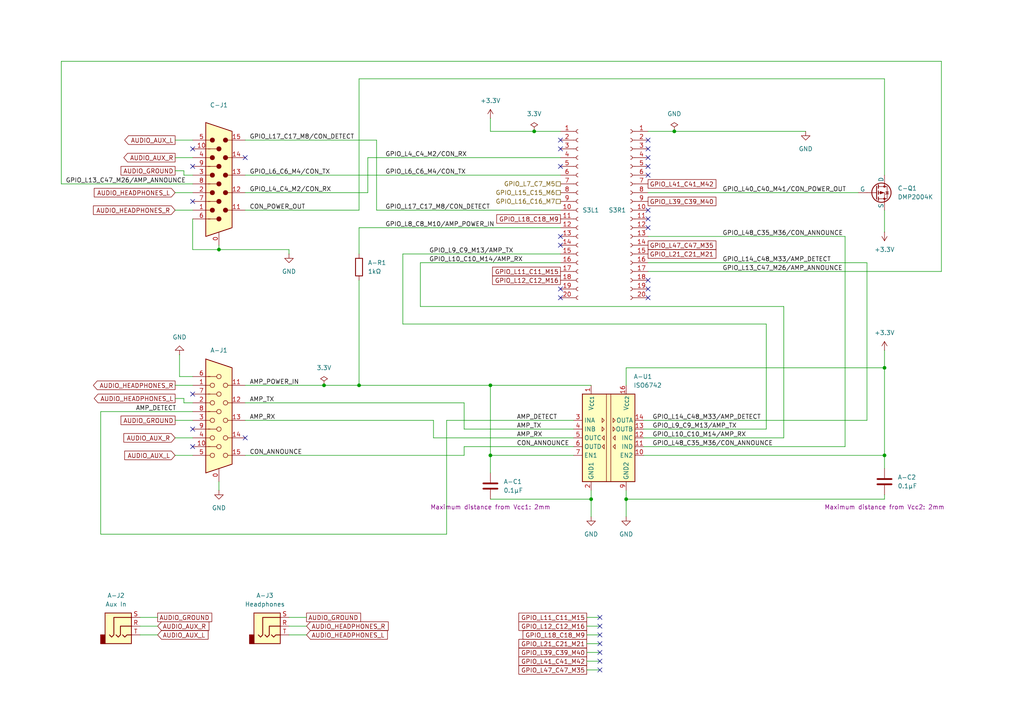
<source format=kicad_sch>
(kicad_sch (version 20250114) (generator "eeschema") (generator_version "9.0")
  (paper "A4")
  (lib_symbols
    (symbol "Connector:Conn_01x20_Socket" (pin_names (offset 1.016) (hide yes))
      (property "Reference" "J" (at 0 25.4 0))
      (property "Value" "Conn_01x20_Socket" (at 0 -27.94 0))
      (symbol "Conn_01x20_Socket_1_1"
        (polyline (pts (xy -1.27 22.86) (xy -0.508 22.86)) (stroke (width 0.1524)))
        (polyline (pts (xy -1.27 20.32) (xy -0.508 20.32)) (stroke (width 0.1524)))
        (polyline (pts (xy -1.27 17.78) (xy -0.508 17.78)) (stroke (width 0.1524)))
        (polyline (pts (xy -1.27 15.24) (xy -0.508 15.24)) (stroke (width 0.1524)))
        (polyline (pts (xy -1.27 12.7) (xy -0.508 12.7)) (stroke (width 0.1524)))
        (polyline (pts (xy -1.27 10.16) (xy -0.508 10.16)) (stroke (width 0.1524)))
        (polyline (pts (xy -1.27 7.62) (xy -0.508 7.62)) (stroke (width 0.1524)))
        (polyline (pts (xy -1.27 5.08) (xy -0.508 5.08)) (stroke (width 0.1524)))
        (polyline (pts (xy -1.27 2.54) (xy -0.508 2.54)) (stroke (width 0.1524)))
        (polyline (pts (xy -1.27 0) (xy -0.508 0)) (stroke (width 0.1524)))
        (polyline (pts (xy -1.27 -2.54) (xy -0.508 -2.54)) (stroke (width 0.1524)))
        (polyline (pts (xy -1.27 -5.08) (xy -0.508 -5.08)) (stroke (width 0.1524)))
        (polyline (pts (xy -1.27 -7.62) (xy -0.508 -7.62)) (stroke (width 0.1524)))
        (polyline (pts (xy -1.27 -10.16) (xy -0.508 -10.16)) (stroke (width 0.1524)))
        (polyline (pts (xy -1.27 -12.7) (xy -0.508 -12.7)) (stroke (width 0.1524)))
        (polyline (pts (xy -1.27 -15.24) (xy -0.508 -15.24)) (stroke (width 0.1524)))
        (polyline (pts (xy -1.27 -17.78) (xy -0.508 -17.78)) (stroke (width 0.1524)))
        (polyline (pts (xy -1.27 -20.32) (xy -0.508 -20.32)) (stroke (width 0.1524)))
        (polyline (pts (xy -1.27 -22.86) (xy -0.508 -22.86)) (stroke (width 0.1524)))
        (polyline (pts (xy -1.27 -25.4) (xy -0.508 -25.4)) (stroke (width 0.1524)))
        (arc (start 0 22.352) (mid -0.5058 22.86) (end 0 23.368) (stroke (width 0.1524)))
        (arc (start 0 19.812) (mid -0.5058 20.32) (end 0 20.828) (stroke (width 0.1524)))
        (arc (start 0 17.272) (mid -0.5058 17.78) (end 0 18.288) (stroke (width 0.1524)))
        (arc (start 0 14.732) (mid -0.5058 15.24) (end 0 15.748) (stroke (width 0.1524)))
        (arc (start 0 12.192) (mid -0.5058 12.7) (end 0 13.208) (stroke (width 0.1524)))
        (arc (start 0 9.652) (mid -0.5058 10.16) (end 0 10.668) (stroke (width 0.1524)))
        (arc (start 0 7.112) (mid -0.5058 7.62) (end 0 8.128) (stroke (width 0.1524)))
        (arc (start 0 4.572) (mid -0.5058 5.08) (end 0 5.588) (stroke (width 0.1524)))
        (arc (start 0 2.032) (mid -0.5058 2.54) (end 0 3.048) (stroke (width 0.1524)))
        (arc (start 0 -0.508) (mid -0.5058 0) (end 0 0.508) (stroke (width 0.1524)))
        (arc (start 0 -3.048) (mid -0.5058 -2.54) (end 0 -2.032) (stroke (width 0.1524)))
        (arc (start 0 -5.588) (mid -0.5058 -5.08) (end 0 -4.572) (stroke (width 0.1524)))
        (arc (start 0 -8.128) (mid -0.5058 -7.62) (end 0 -7.112) (stroke (width 0.1524)))
        (arc (start 0 -10.668) (mid -0.5058 -10.16) (end 0 -9.652) (stroke (width 0.1524)))
        (arc (start 0 -13.208) (mid -0.5058 -12.7) (end 0 -12.192) (stroke (width 0.1524)))
        (arc (start 0 -15.748) (mid -0.5058 -15.24) (end 0 -14.732) (stroke (width 0.1524)))
        (arc (start 0 -18.288) (mid -0.5058 -17.78) (end 0 -17.272) (stroke (width 0.1524)))
        (arc (start 0 -20.828) (mid -0.5058 -20.32) (end 0 -19.812) (stroke (width 0.1524)))
        (arc (start 0 -23.368) (mid -0.5058 -22.86) (end 0 -22.352) (stroke (width 0.1524)))
        (arc (start 0 -25.908) (mid -0.5058 -25.4) (end 0 -24.892) (stroke (width 0.1524)))
        (pin passive line (at -5.08 22.86 0) (length 3.81) (name "Pin_1") (number "1"))
        (pin passive line (at -5.08 20.32 0) (length 3.81) (name "Pin_2") (number "2"))
        (pin passive line (at -5.08 17.78 0) (length 3.81) (name "Pin_3") (number "3"))
        (pin passive line (at -5.08 15.24 0) (length 3.81) (name "Pin_4") (number "4"))
        (pin passive line (at -5.08 12.7 0) (length 3.81) (name "Pin_5") (number "5"))
        (pin passive line (at -5.08 10.16 0) (length 3.81) (name "Pin_6") (number "6"))
        (pin passive line (at -5.08 7.62 0) (length 3.81) (name "Pin_7") (number "7"))
        (pin passive line (at -5.08 5.08 0) (length 3.81) (name "Pin_8") (number "8"))
        (pin passive line (at -5.08 2.54 0) (length 3.81) (name "Pin_9") (number "9"))
        (pin passive line (at -5.08 0 0) (length 3.81) (name "Pin_10") (number "10"))
        (pin passive line (at -5.08 -2.54 0) (length 3.81) (name "Pin_11") (number "11"))
        (pin passive line (at -5.08 -5.08 0) (length 3.81) (name "Pin_12") (number "12"))
        (pin passive line (at -5.08 -7.62 0) (length 3.81) (name "Pin_13") (number "13"))
        (pin passive line (at -5.08 -10.16 0) (length 3.81) (name "Pin_14") (number "14"))
        (pin passive line (at -5.08 -12.7 0) (length 3.81) (name "Pin_15") (number "15"))
        (pin passive line (at -5.08 -15.24 0) (length 3.81) (name "Pin_16") (number "16"))
        (pin passive line (at -5.08 -17.78 0) (length 3.81) (name "Pin_17") (number "17"))
        (pin passive line (at -5.08 -20.32 0) (length 3.81) (name "Pin_18") (number "18"))
        (pin passive line (at -5.08 -22.86 0) (length 3.81) (name "Pin_19") (number "19"))
        (pin passive line (at -5.08 -25.4 0) (length 3.81) (name "Pin_20") (number "20"))
      )
    )
    (symbol "Connector:DE15_Pins_HighDensity_MountingHoles" (pin_names (offset 1.016) (hide yes))
      (property "Reference" "J" (at 0 21.59 0))
      (property "Value" "DE15_Pins_HighDensity_MountingHoles" (at 0 19.05 0))
      (symbol "DE15_Pins_HighDensity_MountingHoles_0_1"
        (polyline (pts (xy -3.81 17.78) (xy -3.81 -15.24) (xy 3.81 -12.7) (xy 3.81 15.24) (xy -3.81 17.78)) (stroke (width 0.254)) (fill (type background)))
        (polyline (pts (xy -3.175 -5.08) (xy -0.635 -5.08)))
        (circle (center -1.905 12.7) (radius 0.635) (fill (type outline)))
        (circle (center -1.905 7.62) (radius 0.635) (fill (type outline)))
        (circle (center -1.905 2.54) (radius 0.635) (fill (type outline)))
        (circle (center -1.905 -2.54) (radius 0.635) (fill (type outline)))
        (circle (center -1.905 -7.62) (radius 0.635) (fill (type outline)))
        (polyline (pts (xy -0.635 10.16) (xy -3.175 10.16)))
        (polyline (pts (xy -0.635 5.08) (xy -3.175 5.08)))
        (polyline (pts (xy -0.635 0) (xy -3.175 0)))
        (polyline (pts (xy -0.635 -10.16) (xy -3.175 -10.16)))
        (circle (center 0 10.16) (radius 0.635) (fill (type outline)))
        (circle (center 0 5.08) (radius 0.635) (fill (type outline)))
        (circle (center 0 0) (radius 0.635) (fill (type outline)))
        (circle (center 0 -5.08) (radius 0.635) (fill (type outline)))
        (circle (center 0 -10.16) (radius 0.635) (fill (type outline)))
        (circle (center 1.905 12.7) (radius 0.635) (fill (type outline)))
        (circle (center 1.905 7.62) (radius 0.635) (fill (type outline)))
        (circle (center 1.905 2.54) (radius 0.635) (fill (type outline)))
        (circle (center 1.905 -2.54) (radius 0.635) (fill (type outline)))
        (circle (center 1.905 -7.62) (radius 0.635) (fill (type outline)))
      )
      (symbol "DE15_Pins_HighDensity_MountingHoles_1_1"
        (pin passive line (at -7.62 12.7 0) (length 5.08) (name "~") (number "5"))
        (pin passive line (at -7.62 10.16 0) (length 5.08) (name "~") (number "10"))
        (pin passive line (at -7.62 7.62 0) (length 5.08) (name "~") (number "4"))
        (pin passive line (at -7.62 5.08 0) (length 5.08) (name "~") (number "9"))
        (pin passive line (at -7.62 2.54 0) (length 5.08) (name "~") (number "3"))
        (pin passive line (at -7.62 0 0) (length 5.08) (name "~") (number "8"))
        (pin passive line (at -7.62 -2.54 0) (length 5.08) (name "~") (number "2"))
        (pin passive line (at -7.62 -5.08 0) (length 5.08) (name "~") (number "7"))
        (pin passive line (at -7.62 -7.62 0) (length 5.08) (name "~") (number "1"))
        (pin passive line (at -7.62 -10.16 0) (length 5.08) (name "~") (number "6"))
        (pin passive line (at 0 -17.78 90) (length 3.81) (name "~") (number "0"))
        (pin passive line (at 7.62 12.7 180) (length 5.08) (name "~") (number "15"))
        (pin passive line (at 7.62 7.62 180) (length 5.08) (name "~") (number "14"))
        (pin passive line (at 7.62 2.54 180) (length 5.08) (name "~") (number "13"))
        (pin passive line (at 7.62 -2.54 180) (length 5.08) (name "~") (number "12"))
        (pin passive line (at 7.62 -7.62 180) (length 5.08) (name "~") (number "11"))
      )
    )
    (symbol "Connector:DE15_Socket_HighDensity_MountingHoles" (pin_names (offset 1.016) (hide yes))
      (property "Reference" "J" (at 0 21.59 0))
      (property "Value" "DE15_Socket_HighDensity_MountingHoles" (at 0 19.05 0))
      (symbol "DE15_Socket_HighDensity_MountingHoles_0_1"
        (polyline (pts (xy -3.81 17.78) (xy -3.81 -15.24) (xy 3.81 -12.7) (xy 3.81 15.24) (xy -3.81 17.78)) (stroke (width 0.254)) (fill (type background)))
        (polyline (pts (xy -3.175 7.62) (xy -0.635 7.62)))
        (circle (center -1.905 10.16) (radius 0.635))
        (circle (center -1.905 5.08) (radius 0.635))
        (circle (center -1.905 0) (radius 0.635))
        (circle (center -1.905 -5.08) (radius 0.635))
        (circle (center -1.905 -10.16) (radius 0.635))
        (polyline (pts (xy -0.635 12.7) (xy -3.175 12.7)))
        (polyline (pts (xy -0.635 2.54) (xy -3.175 2.54)))
        (polyline (pts (xy -0.635 -2.54) (xy -3.175 -2.54)))
        (polyline (pts (xy -0.635 -7.62) (xy -3.175 -7.62)))
        (circle (center 0 12.7) (radius 0.635))
        (circle (center 0 7.62) (radius 0.635))
        (circle (center 0 2.54) (radius 0.635))
        (circle (center 0 -2.54) (radius 0.635))
        (circle (center 0 -7.62) (radius 0.635))
        (circle (center 1.905 10.16) (radius 0.635))
        (circle (center 1.905 5.08) (radius 0.635))
        (circle (center 1.905 0) (radius 0.635))
        (circle (center 1.905 -5.08) (radius 0.635))
        (circle (center 1.905 -10.16) (radius 0.635))
      )
      (symbol "DE15_Socket_HighDensity_MountingHoles_1_1"
        (pin passive line (at -7.62 12.7 0) (length 5.08) (name "~") (number "6"))
        (pin passive line (at -7.62 10.16 0) (length 5.08) (name "~") (number "1"))
        (pin passive line (at -7.62 7.62 0) (length 5.08) (name "~") (number "7"))
        (pin passive line (at -7.62 5.08 0) (length 5.08) (name "~") (number "2"))
        (pin passive line (at -7.62 2.54 0) (length 5.08) (name "~") (number "8"))
        (pin passive line (at -7.62 0 0) (length 5.08) (name "~") (number "3"))
        (pin passive line (at -7.62 -2.54 0) (length 5.08) (name "~") (number "9"))
        (pin passive line (at -7.62 -5.08 0) (length 5.08) (name "~") (number "4"))
        (pin passive line (at -7.62 -7.62 0) (length 5.08) (name "~") (number "10"))
        (pin passive line (at -7.62 -10.16 0) (length 5.08) (name "~") (number "5"))
        (pin passive line (at 0 -17.78 90) (length 3.81) (name "~") (number "0"))
        (pin passive line (at 7.62 10.16 180) (length 5.08) (name "~") (number "11"))
        (pin passive line (at 7.62 5.08 180) (length 5.08) (name "~") (number "12"))
        (pin passive line (at 7.62 0 180) (length 5.08) (name "~") (number "13"))
        (pin passive line (at 7.62 -5.08 180) (length 5.08) (name "~") (number "14"))
        (pin passive line (at 7.62 -10.16 180) (length 5.08) (name "~") (number "15"))
      )
    )
    (symbol "Connector_Audio:AudioJack3"
      (property "Reference" "J" (at 0 8.89 0))
      (property "Value" "AudioJack3" (at 0 6.35 0))
      (symbol "AudioJack3_0_1"
        (rectangle (start -5.08 -5.08) (end -6.35 -2.54) (stroke (width 0.254)) (fill (type outline)))
        (polyline (pts (xy -1.905 -2.54) (xy -1.27 -3.175) (xy -0.635 -2.54) (xy -0.635 0) (xy 2.54 0)) (stroke (width 0.254)))
        (polyline (pts (xy 0 -2.54) (xy 0.635 -3.175) (xy 1.27 -2.54) (xy 2.54 -2.54)) (stroke (width 0.254)))
        (rectangle (start 2.54 3.81) (end -5.08 -5.08) (stroke (width 0.254)) (fill (type background)))
        (polyline (pts (xy 2.54 2.54) (xy -2.54 2.54) (xy -2.54 -2.54) (xy -3.175 -3.175) (xy -3.81 -2.54)) (stroke (width 0.254)))
      )
      (symbol "AudioJack3_1_1"
        (pin passive line (at 5.08 2.54 180) (length 2.54) (name "~") (number "S"))
        (pin passive line (at 5.08 0 180) (length 2.54) (name "~") (number "R"))
        (pin passive line (at 5.08 -2.54 180) (length 2.54) (name "~") (number "T"))
      )
    )
    (symbol "Device:C" (pin_numbers (hide yes)) (pin_names (offset 0.254))
      (property "Reference" "C" (at 0.635 2.54 0))
      (property "Value" "C" (at 0.635 -2.54 0))
      (symbol "C_0_1"
        (polyline (pts (xy -2.032 0.762) (xy 2.032 0.762)) (stroke (width 0.508)))
        (polyline (pts (xy -2.032 -0.762) (xy 2.032 -0.762)) (stroke (width 0.508)))
      )
      (symbol "C_1_1"
        (pin passive line (at 0 3.81 270) (length 2.794) (name "~") (number "1"))
        (pin passive line (at 0 -3.81 90) (length 2.794) (name "~") (number "2"))
      )
    )
    (symbol "Device:R" (pin_numbers (hide yes)) (pin_names (offset 0))
      (property "Reference" "R" (at 2.032 0 90))
      (property "Value" "R" (at 0 0 90))
      (symbol "R_0_1"
        (rectangle (start -1.016 -2.54) (end 1.016 2.54) (stroke (width 0.254)))
      )
      (symbol "R_1_1"
        (pin passive line (at 0 3.81 270) (length 1.27) (name "~") (number "1"))
        (pin passive line (at 0 -3.81 90) (length 1.27) (name "~") (number "2"))
      )
    )
    (symbol "Isolator:ISO6742"
      (property "Reference" "U" (at 8.255 14.605 0))
      (property "Value" "ISO6742" (at 8.255 12.065 0))
      (symbol "ISO6742_0_1"
        (rectangle (start -7.62 12.7) (end 7.62 -12.7) (stroke (width 0.254)) (fill (type background)))
        (polyline (pts (xy -0.635 12.7) (xy -0.635 -12.7)))
        (polyline (pts (xy 0.635 12.7) (xy 0.635 -12.7)))
      )
      (symbol "ISO6742_1_1"
        (polyline (pts (xy -1.905 5.715) (xy -1.27 5.08) (xy -1.905 4.445) (xy -1.905 5.715)))
        (polyline (pts (xy -1.905 3.175) (xy -1.27 2.54) (xy -1.905 1.905) (xy -1.905 3.175)))
        (polyline (pts (xy -1.27 -0.635) (xy -1.905 0) (xy -1.27 0.635) (xy -1.27 -0.635)))
        (polyline (pts (xy -1.27 -3.175) (xy -1.905 -2.54) (xy -1.27 -1.905) (xy -1.27 -3.175)))
        (polyline (pts (xy 1.27 5.715) (xy 1.905 5.08) (xy 1.27 4.445) (xy 1.27 5.715)))
        (polyline (pts (xy 1.27 3.175) (xy 1.905 2.54) (xy 1.27 1.905) (xy 1.27 3.175)))
        (polyline (pts (xy 1.905 -0.635) (xy 1.27 0) (xy 1.905 0.635) (xy 1.905 -0.635)))
        (polyline (pts (xy 1.905 -3.175) (xy 1.27 -2.54) (xy 1.905 -1.905) (xy 1.905 -3.175)))
        (pin input line (at -10.16 5.08 0) (length 2.54) (name "INA") (number "3"))
        (pin input line (at -10.16 2.54 0) (length 2.54) (name "INB") (number "4"))
        (pin output line (at -10.16 0 0) (length 2.54) (name "OUTC") (number "5"))
        (pin output line (at -10.16 -2.54 0) (length 2.54) (name "OUTD") (number "6"))
        (pin input line (at -10.16 -5.08 0) (length 2.54) (name "EN1") (number "7"))
        (pin power_in line (at -5.08 15.24 270) (length 2.54) (name "V_{CC1}") (number "1"))
        (pin power_in line (at -5.08 -15.24 90) (length 2.54) (name "GND1") (number "2"))
        (pin passive line (at -5.08 -15.24 90) (length 2.54) (hide yes) (name "GND1") (number "8"))
        (pin power_in line (at 5.08 15.24 270) (length 2.54) (name "V_{CC2}") (number "16"))
        (pin passive line (at 5.08 -15.24 90) (length 2.54) (hide yes) (name "GND2") (number "15"))
        (pin power_in line (at 5.08 -15.24 90) (length 2.54) (name "GND2") (number "9"))
        (pin output line (at 10.16 5.08 180) (length 2.54) (name "OUTA") (number "14"))
        (pin output line (at 10.16 2.54 180) (length 2.54) (name "OUTB") (number "13"))
        (pin input line (at 10.16 0 180) (length 2.54) (name "INC") (number "12"))
        (pin input line (at 10.16 -2.54 180) (length 2.54) (name "IND") (number "11"))
        (pin input line (at 10.16 -5.08 180) (length 2.54) (name "EN2") (number "10"))
      )
    )
    (symbol "Simulation_SPICE:PMOS" (pin_numbers (hide yes)) (pin_names (offset 0))
      (property "Reference" "C-Q1" (at 6.35 1.2701 0))
      (property "Value" "DMP2004K" (at 6.35 -1.2699 0))
      (symbol "PMOS_0_1"
        (polyline (pts (xy 0.254 1.905) (xy 0.254 -1.905)) (stroke (width 0.254)))
        (polyline (pts (xy 0.254 0) (xy -2.54 0)))
        (polyline (pts (xy 0.762 2.286) (xy 0.762 1.27)) (stroke (width 0.254)))
        (polyline (pts (xy 0.762 1.778) (xy 3.302 1.778) (xy 3.302 -1.778) (xy 0.762 -1.778)))
        (polyline (pts (xy 0.762 0.508) (xy 0.762 -0.508)) (stroke (width 0.254)))
        (polyline (pts (xy 0.762 -1.27) (xy 0.762 -2.286)) (stroke (width 0.254)))
        (circle (center 1.651 0) (radius 2.794) (stroke (width 0.254)))
        (polyline (pts (xy 2.286 0) (xy 1.27 0.381) (xy 1.27 -0.381) (xy 2.286 0)) (fill (type outline)))
        (polyline (pts (xy 2.54 2.54) (xy 2.54 1.778)))
        (circle (center 2.54 1.778) (radius 0.254) (fill (type outline)))
        (circle (center 2.54 -1.778) (radius 0.254) (fill (type outline)))
        (polyline (pts (xy 2.54 -2.54) (xy 2.54 0) (xy 0.762 0)))
        (polyline (pts (xy 2.794 -0.508) (xy 2.921 -0.381) (xy 3.683 -0.381) (xy 3.81 -0.254)))
        (polyline (pts (xy 3.302 -0.381) (xy 2.921 0.254) (xy 3.683 0.254) (xy 3.302 -0.381)))
      )
      (symbol "PMOS_1_1"
        (pin passive line (at -5.08 0 0) (length 2.54) (name "G") (number "1"))
        (pin passive line (at 2.54 5.08 270) (length 2.54) (name "D") (number "3"))
        (pin passive line (at 2.54 -5.08 90) (length 2.54) (name "S") (number "2"))
      )
    )
    (symbol "power:+3.3V" (power) (pin_numbers (hide yes)) (pin_names (offset 0) (hide yes))
      (property "Value" "+3.3V" (at 0 3.556 0))
      (symbol "+3.3V_0_1"
        (polyline (pts (xy -0.762 1.27) (xy 0 2.54)))
        (polyline (pts (xy 0 2.54) (xy 0.762 1.27)))
        (polyline (pts (xy 0 0) (xy 0 2.54)))
      )
      (symbol "+3.3V_1_1"
        (pin power_in line (at 0 0 90) (length 0) (name "~") (number "1"))
      )
    )
    (symbol "power:GND" (power) (pin_numbers (hide yes)) (pin_names (offset 0) (hide yes))
      (property "Value" "GND" (at 0 -3.81 0))
      (symbol "GND_0_1"
        (polyline (pts (xy 0 0) (xy 0 -1.27) (xy 1.27 -1.27) (xy 0 -2.54) (xy -1.27 -1.27) (xy 0 -1.27)))
      )
      (symbol "GND_1_1"
        (pin power_in line (at 0 0 270) (length 0) (name "~") (number "1"))
      )
    )
    (symbol "power:PWR_FLAG" (power) (pin_numbers (hide yes)) (pin_names (offset 0) (hide yes))
      (property "Value" "PWR_FLAG" (at 0 3.81 0))
      (symbol "PWR_FLAG_0_0"
        (pin power_out line (at 0 0 90) (length 0) (name "~") (number "1"))
      )
      (symbol "PWR_FLAG_0_1"
        (polyline (pts (xy 0 0) (xy 0 1.27) (xy -1.016 1.905) (xy 0 2.54) (xy 1.016 1.905) (xy 0 1.27)))
      )
    )
  )
  (junction (at 256.54 132.08))
  (junction (at 63.5 72.39))
  (junction (at 256.54 106.68))
  (junction (at 142.24 132.08))
  (junction (at 142.24 111.76))
  (junction (at 93.98 111.76))
  (junction (at 171.45 144.78))
  (junction (at 104.14 111.76))
  (junction (at 181.61 144.78))
  (junction (at 154.94 38.1))
  (junction (at 195.58 38.1))
  (no_connect (at 55.88 58.42))
  (no_connect (at 187.96 60.96))
  (no_connect (at 187.96 40.64))
  (no_connect (at 71.12 45.72))
  (no_connect (at 55.88 129.54))
  (no_connect (at 187.96 81.28))
  (no_connect (at 187.96 48.26))
  (no_connect (at 162.56 48.26))
  (no_connect (at 162.56 83.82))
  (no_connect (at 187.96 83.82))
  (no_connect (at 173.99 186.69))
  (no_connect (at 55.88 124.46))
  (no_connect (at 162.56 68.58))
  (no_connect (at 187.96 50.8))
  (no_connect (at 173.99 184.15))
  (no_connect (at 187.96 45.72))
  (no_connect (at 162.56 71.12))
  (no_connect (at 162.56 40.64))
  (no_connect (at 173.99 189.23))
  (no_connect (at 71.12 127))
  (no_connect (at 173.99 194.31))
  (no_connect (at 173.99 181.61))
  (no_connect (at 55.88 43.18))
  (no_connect (at 162.56 43.18))
  (no_connect (at 187.96 86.36))
  (no_connect (at 187.96 43.18))
  (no_connect (at 187.96 63.5))
  (no_connect (at 55.88 114.3))
  (no_connect (at 173.99 191.77))
  (no_connect (at 55.88 48.26))
  (no_connect (at 173.99 179.07))
  (no_connect (at 187.96 66.04))
  (no_connect (at 162.56 86.36))
  (wire (pts (xy 256.54 132.08) (xy 256.54 135.89)))
  (wire (pts (xy 187.96 78.74) (xy 273.05 78.74)))
  (wire (pts (xy 154.94 38.1) (xy 162.56 38.1)))
  (wire (pts (xy 71.12 116.84) (xy 134.62 116.84)))
  (wire (pts (xy 106.68 45.72) (xy 162.56 45.72)))
  (wire (pts (xy 181.61 144.78) (xy 256.54 144.78)))
  (wire (pts (xy 195.58 38.1) (xy 233.68 38.1)))
  (wire (pts (xy 256.54 22.86) (xy 104.14 22.86)))
  (wire (pts (xy 256.54 101.6) (xy 256.54 106.68)))
  (wire (pts (xy 222.25 93.98) (xy 116.84 93.98)))
  (wire (pts (xy 52.07 109.22) (xy 55.88 109.22)))
  (wire (pts (xy 104.14 111.76) (xy 142.24 111.76)))
  (wire (pts (xy 222.25 93.98) (xy 222.25 124.46)))
  (wire (pts (xy 129.54 121.92) (xy 166.37 121.92)))
  (wire (pts (xy 116.84 73.66) (xy 162.56 73.66)))
  (wire (pts (xy 227.33 88.9) (xy 121.92 88.9)))
  (wire (pts (xy 17.78 17.78) (xy 273.05 17.78)))
  (wire (pts (xy 170.18 179.07) (xy 173.99 179.07)))
  (wire (pts (xy 71.12 132.08) (xy 134.62 132.08)))
  (wire (pts (xy 142.24 111.76) (xy 142.24 132.08)))
  (wire (pts (xy 134.62 116.84) (xy 134.62 124.46)))
  (wire (pts (xy 50.8 49.53) (xy 53.34 49.53)))
  (wire (pts (xy 109.22 60.96) (xy 162.56 60.96)))
  (wire (pts (xy 71.12 40.64) (xy 109.22 40.64)))
  (wire (pts (xy 63.5 72.39) (xy 83.82 72.39)))
  (wire (pts (xy 71.12 111.76) (xy 93.98 111.76)))
  (wire (pts (xy 29.21 154.94) (xy 129.54 154.94)))
  (wire (pts (xy 134.62 129.54) (xy 166.37 129.54)))
  (wire (pts (xy 71.12 50.8) (xy 162.56 50.8)))
  (wire (pts (xy 181.61 144.78) (xy 181.61 149.86)))
  (wire (pts (xy 256.54 60.96) (xy 256.54 67.31)))
  (wire (pts (xy 17.78 53.34) (xy 55.88 53.34)))
  (wire (pts (xy 170.18 184.15) (xy 173.99 184.15)))
  (wire (pts (xy 71.12 55.88) (xy 106.68 55.88)))
  (wire (pts (xy 40.64 179.07) (xy 45.72 179.07)))
  (wire (pts (xy 104.14 81.28) (xy 104.14 111.76)))
  (wire (pts (xy 17.78 17.78) (xy 17.78 53.34)))
  (wire (pts (xy 186.69 127) (xy 227.33 127)))
  (wire (pts (xy 93.98 111.76) (xy 104.14 111.76)))
  (wire (pts (xy 106.68 45.72) (xy 106.68 55.88)))
  (wire (pts (xy 134.62 124.46) (xy 166.37 124.46)))
  (wire (pts (xy 50.8 40.64) (xy 55.88 40.64)))
  (wire (pts (xy 125.73 121.92) (xy 125.73 127)))
  (wire (pts (xy 187.96 68.58) (xy 245.11 68.58)))
  (wire (pts (xy 50.8 111.76) (xy 55.88 111.76)))
  (wire (pts (xy 63.5 71.12) (xy 63.5 72.39)))
  (wire (pts (xy 181.61 142.24) (xy 181.61 144.78)))
  (wire (pts (xy 53.34 49.53) (xy 53.34 50.8)))
  (wire (pts (xy 134.62 132.08) (xy 134.62 129.54)))
  (wire (pts (xy 170.18 186.69) (xy 173.99 186.69)))
  (wire (pts (xy 83.82 72.39) (xy 83.82 73.66)))
  (wire (pts (xy 187.96 38.1) (xy 195.58 38.1)))
  (wire (pts (xy 50.8 60.96) (xy 55.88 60.96)))
  (wire (pts (xy 121.92 76.2) (xy 162.56 76.2)))
  (wire (pts (xy 251.46 76.2) (xy 251.46 121.92)))
  (wire (pts (xy 170.18 181.61) (xy 173.99 181.61)))
  (wire (pts (xy 142.24 144.78) (xy 171.45 144.78)))
  (wire (pts (xy 121.92 76.2) (xy 121.92 88.9)))
  (wire (pts (xy 170.18 189.23) (xy 173.99 189.23)))
  (wire (pts (xy 50.8 45.72) (xy 55.88 45.72)))
  (wire (pts (xy 109.22 40.64) (xy 109.22 60.96)))
  (wire (pts (xy 142.24 111.76) (xy 171.45 111.76)))
  (wire (pts (xy 104.14 66.04) (xy 162.56 66.04)))
  (wire (pts (xy 256.54 144.78) (xy 256.54 143.51)))
  (wire (pts (xy 104.14 66.04) (xy 104.14 73.66)))
  (wire (pts (xy 187.96 55.88) (xy 248.92 55.88)))
  (wire (pts (xy 142.24 38.1) (xy 154.94 38.1)))
  (wire (pts (xy 71.12 121.92) (xy 125.73 121.92)))
  (wire (pts (xy 53.34 115.57) (xy 53.34 116.84)))
  (wire (pts (xy 40.64 181.61) (xy 45.72 181.61)))
  (wire (pts (xy 186.69 132.08) (xy 256.54 132.08)))
  (wire (pts (xy 142.24 34.29) (xy 142.24 38.1)))
  (wire (pts (xy 186.69 124.46) (xy 222.25 124.46)))
  (wire (pts (xy 104.14 22.86) (xy 104.14 60.96)))
  (wire (pts (xy 50.8 132.08) (xy 55.88 132.08)))
  (wire (pts (xy 40.64 184.15) (xy 45.72 184.15)))
  (wire (pts (xy 83.82 184.15) (xy 88.9 184.15)))
  (wire (pts (xy 186.69 129.54) (xy 245.11 129.54)))
  (wire (pts (xy 83.82 181.61) (xy 88.9 181.61)))
  (wire (pts (xy 181.61 106.68) (xy 256.54 106.68)))
  (wire (pts (xy 181.61 106.68) (xy 181.61 111.76)))
  (wire (pts (xy 83.82 179.07) (xy 88.9 179.07)))
  (wire (pts (xy 55.88 72.39) (xy 63.5 72.39)))
  (wire (pts (xy 29.21 119.38) (xy 29.21 154.94)))
  (wire (pts (xy 53.34 116.84) (xy 55.88 116.84)))
  (wire (pts (xy 71.12 60.96) (xy 104.14 60.96)))
  (wire (pts (xy 63.5 139.7) (xy 63.5 142.24)))
  (wire (pts (xy 256.54 22.86) (xy 256.54 50.8)))
  (wire (pts (xy 125.73 127) (xy 166.37 127)))
  (wire (pts (xy 50.8 115.57) (xy 53.34 115.57)))
  (wire (pts (xy 245.11 68.58) (xy 245.11 129.54)))
  (wire (pts (xy 273.05 17.78) (xy 273.05 78.74)))
  (wire (pts (xy 50.8 55.88) (xy 55.88 55.88)))
  (wire (pts (xy 50.8 127) (xy 55.88 127)))
  (wire (pts (xy 52.07 102.87) (xy 52.07 109.22)))
  (wire (pts (xy 187.96 76.2) (xy 251.46 76.2)))
  (wire (pts (xy 55.88 63.5) (xy 55.88 72.39)))
  (wire (pts (xy 171.45 149.86) (xy 171.45 144.78)))
  (wire (pts (xy 227.33 127) (xy 227.33 88.9)))
  (wire (pts (xy 129.54 121.92) (xy 129.54 154.94)))
  (wire (pts (xy 170.18 191.77) (xy 173.99 191.77)))
  (wire (pts (xy 186.69 121.92) (xy 251.46 121.92)))
  (wire (pts (xy 256.54 106.68) (xy 256.54 132.08)))
  (wire (pts (xy 142.24 132.08) (xy 142.24 137.16)))
  (wire (pts (xy 50.8 121.92) (xy 55.88 121.92)))
  (wire (pts (xy 55.88 119.38) (xy 29.21 119.38)))
  (wire (pts (xy 53.34 50.8) (xy 55.88 50.8)))
  (wire (pts (xy 170.18 194.31) (xy 173.99 194.31)))
  (wire (pts (xy 116.84 73.66) (xy 116.84 93.98)))
  (wire (pts (xy 142.24 132.08) (xy 166.37 132.08)))
  (wire (pts (xy 171.45 142.24) (xy 171.45 144.78)))
  (label "GPIO_L4_C4_M2{slash}CON_RX" (at 111.76 45.72 0))
  (label "AMP_TX" (at 72.39 116.84 0))
  (label "GPIO_L9_C9_M13{slash}AMP_TX" (at 124.46 73.66 0))
  (label "GPIO_L17_C17_M8{slash}CON_DETECT" (at 72.39 40.64 0))
  (label "AMP_DETECT" (at 39.37 119.38 0))
  (label "GPIO_L6_C6_M4{slash}CON_TX" (at 111.76 50.8 0))
  (label "CON_ANNOUNCE" (at 72.39 132.08 0))
  (label "GPIO_L13_C47_M26{slash}AMP_ANNOUNCE" (at 19.05 53.34 0))
  (label "AMP_POWER_IN" (at 72.39 111.76 0))
  (label "AMP_RX" (at 72.39 121.92 0))
  (label "AMP_DETECT" (at 149.86 121.92 0))
  (label "CON_ANNOUNCE" (at 149.86 129.54 0))
  (label "GPIO_L13_C47_M26{slash}AMP_ANNOUNCE" (at 209.55 78.74 0))
  (label "AMP_TX" (at 149.86 124.46 0))
  (label "GPIO_L14_C48_M33{slash}AMP_DETECT" (at 209.55 76.2 0))
  (label "GPIO_L9_C9_M13{slash}AMP_TX" (at 189.23 124.46 0))
  (label "GPIO_L17_C17_M8{slash}CON_DETECT" (at 111.76 60.96 0))
  (label "CON_POWER_OUT" (at 72.39 60.96 0))
  (label "GPIO_L8_C8_M10{slash}AMP_POWER_IN" (at 111.76 66.04 0))
  (label "AMP_RX" (at 149.86 127 0))
  (label "GPIO_L6_C6_M4{slash}CON_TX" (at 72.39 50.8 0))
  (label "GPIO_L4_C4_M2{slash}CON_RX" (at 72.39 55.88 0))
  (label "GPIO_L14_C48_M33{slash}AMP_DETECT" (at 189.23 121.92 0))
  (label "GPIO_L40_C40_M41{slash}CON_POWER_OUT" (at 209.55 55.88 0))
  (label "GPIO_L48_C35_M36{slash}CON_ANNOUNCE" (at 189.23 129.54 0))
  (label "GPIO_L48_C35_M36{slash}CON_ANNOUNCE" (at 209.55 68.58 0))
  (label "GPIO_L10_C10_M14{slash}AMP_RX" (at 124.46 76.2 0))
  (label "GPIO_L10_C10_M14{slash}AMP_RX" (at 189.23 127 0))
  (global_label "AUDIO_HEADPHONES_L" (shape input) (at 50.8 55.88 180) (property "Intersheetrefs" "${INTERSHEET_REFS}" (effects (hide yes))))
  (global_label "AUDIO_GROUND" (shape passive) (at 50.8 121.92 180) (property "Intersheetrefs" "${INTERSHEET_REFS}" (effects (hide yes))))
  (global_label "AUDIO_HEADPHONES_R" (shape output) (at 50.8 111.76 180) (property "Intersheetrefs" "${INTERSHEET_REFS}" (effects (hide yes))))
  (global_label "GPIO_L21_C21_M21" (shape passive) (at 170.18 186.69 180) (property "Intersheetrefs" "${INTERSHEET_REFS}" (effects (hide yes))))
  (global_label "AUDIO_HEADPHONES_R" (shape input) (at 50.8 60.96 180) (property "Intersheetrefs" "${INTERSHEET_REFS}" (effects (hide yes))))
  (global_label "AUDIO_HEADPHONES_R" (shape input) (at 88.9 181.61 0) (property "Intersheetrefs" "${INTERSHEET_REFS}" (effects (hide yes))))
  (global_label "AUDIO_AUX_R" (shape input) (at 45.72 181.61 0) (property "Intersheetrefs" "${INTERSHEET_REFS}" (effects (hide yes))))
  (global_label "AUDIO_GROUND" (shape passive) (at 88.9 179.07 0) (property "Intersheetrefs" "${INTERSHEET_REFS}" (effects (hide yes))))
  (global_label "GPIO_L18_C18_M9" (shape passive) (at 170.18 184.15 180) (property "Intersheetrefs" "${INTERSHEET_REFS}" (effects (hide yes))))
  (global_label "GPIO_L21_C21_M21" (shape passive) (at 187.96 73.66 0) (property "Intersheetrefs" "${INTERSHEET_REFS}" (effects (hide yes))))
  (global_label "AUDIO_HEADPHONES_L" (shape input) (at 88.9 184.15 0) (property "Intersheetrefs" "${INTERSHEET_REFS}" (effects (hide yes))))
  (global_label "AUDIO_AUX_L" (shape input) (at 45.72 184.15 0) (property "Intersheetrefs" "${INTERSHEET_REFS}" (effects (hide yes))))
  (global_label "GPIO_L41_C41_M42" (shape passive) (at 187.96 53.34 0) (property "Intersheetrefs" "${INTERSHEET_REFS}" (effects (hide yes))))
  (global_label "GPIO_L11_C11_M15" (shape passive) (at 170.18 179.07 180) (property "Intersheetrefs" "${INTERSHEET_REFS}" (effects (hide yes))))
  (global_label "AUDIO_AUX_R" (shape output) (at 50.8 45.72 180) (property "Intersheetrefs" "${INTERSHEET_REFS}" (effects (hide yes))))
  (global_label "GPIO_L39_C39_M40" (shape passive) (at 187.96 58.42 0) (property "Intersheetrefs" "${INTERSHEET_REFS}" (effects (hide yes))))
  (global_label "GPIO_L12_C12_M16" (shape passive) (at 162.56 81.28 180) (property "Intersheetrefs" "${INTERSHEET_REFS}" (effects (hide yes))))
  (global_label "GPIO_L11_C11_M15" (shape passive) (at 162.56 78.74 180) (property "Intersheetrefs" "${INTERSHEET_REFS}" (effects (hide yes))))
  (global_label "GPIO_L47_C47_M35" (shape passive) (at 187.96 71.12 0) (property "Intersheetrefs" "${INTERSHEET_REFS}" (effects (hide yes))))
  (global_label "AUDIO_AUX_L" (shape output) (at 50.8 40.64 180) (property "Intersheetrefs" "${INTERSHEET_REFS}" (effects (hide yes))))
  (global_label "AUDIO_AUX_R" (shape input) (at 50.8 127 180) (property "Intersheetrefs" "${INTERSHEET_REFS}" (effects (hide yes))))
  (global_label "GPIO_L47_C47_M35" (shape passive) (at 170.18 194.31 180) (property "Intersheetrefs" "${INTERSHEET_REFS}" (effects (hide yes))))
  (global_label "GPIO_L41_C41_M42" (shape passive) (at 170.18 191.77 180) (property "Intersheetrefs" "${INTERSHEET_REFS}" (effects (hide yes))))
  (global_label "AUDIO_GROUND" (shape passive) (at 45.72 179.07 0) (property "Intersheetrefs" "${INTERSHEET_REFS}" (effects (hide yes))))
  (global_label "GPIO_L18_C18_M9" (shape passive) (at 162.56 63.5 180) (property "Intersheetrefs" "${INTERSHEET_REFS}" (effects (hide yes))))
  (global_label "GPIO_L39_C39_M40" (shape passive) (at 170.18 189.23 180) (property "Intersheetrefs" "${INTERSHEET_REFS}" (effects (hide yes))))
  (global_label "AUDIO_AUX_L" (shape input) (at 50.8 132.08 180) (property "Intersheetrefs" "${INTERSHEET_REFS}" (effects (hide yes))))
  (global_label "GPIO_L12_C12_M16" (shape passive) (at 170.18 181.61 180) (property "Intersheetrefs" "${INTERSHEET_REFS}" (effects (hide yes))))
  (global_label "AUDIO_HEADPHONES_L" (shape output) (at 50.8 115.57 180) (property "Intersheetrefs" "${INTERSHEET_REFS}" (effects (hide yes))))
  (global_label "AUDIO_GROUND" (shape passive) (at 50.8 49.53 180) (property "Intersheetrefs" "${INTERSHEET_REFS}" (effects (hide yes))))
  (hierarchical_label "GPIO_L7_C7_M5" (shape passive) (at 162.56 53.34 180))
  (hierarchical_label "GPIO_L16_C16_M7" (shape passive) (at 162.56 58.42 180))
  (hierarchical_label "GPIO_L15_C15_M6" (shape passive) (at 162.56 55.88 180))
  (symbol (lib_id "Connector:Conn_01x20_Socket") (at 182.88 60.96 0) (mirror y) (unit 1)
    (property "Reference" "S3R1" (at 181.61 60.9599 0) (effects (justify left)))
    (property "Value" "Conn_01x20_Socket" (effects (hide yes)))
    (property "Footprint" "Connector_PinSocket_2.54mm:PinSocket_1x20_P2.54mm_Vertical" (effects (hide yes)))
    (property "Description" "Generic connector, single row, 01x20, script generated" (effects (hide yes)))
  )
  (symbol (lib_id "Device:R") (at 104.14 77.47 0) (unit 1)
    (property "Reference" "A-R1" (at 106.68 76.1999 0) (effects (justify left)))
    (property "Value" "1kΩ" (at 106.68 78.7399 0) (effects (justify left)))
    (property "Footprint" "Resistor_SMD:R_0805_2012Metric_Pad1.20x1.40mm_HandSolder" (effects (hide yes)))
    (property "Description" "Resistor" (effects (hide yes)))
  )
  (symbol (lib_id "Device:C") (at 256.54 139.7 0) (unit 1)
    (property "Reference" "A-C2" (at 260.35 138.4299 0) (effects (justify left)))
    (property "Value" "0.1µF" (at 260.35 140.9699 0) (effects (justify left)))
    (property "Footprint" "Capacitor_SMD:C_0805_2012Metric_Pad1.18x1.45mm_HandSolder" (effects (hide yes)))
    (property "Description" "Unpolarized capacitor" (effects (hide yes)))
    (property "Constraint" "Maximum distance from Vcc2: 2mm" (at 256.54 147.066 0))
  )
  (symbol (lib_id "power:+3.3V") (at 256.54 67.31 0) (mirror x) (unit 1)
    (property "Reference" "#PWR6" (effects (hide yes)))
    (property "Value" "+3.3V" (at 256.54 72.39 0))
    (property "Description" "Power symbol creates a global label with name \"+3.3V\"" (effects (hide yes)))
  )
  (symbol (lib_id "power:GND") (at 63.5 142.24 0) (unit 1)
    (property "Reference" "#PWR2" (effects (hide yes)))
    (property "Value" "GND" (at 63.5 147.32 0))
    (property "Description" "Power symbol creates a global label with name \"GND\" , ground" (effects (hide yes)))
  )
  (symbol (lib_id "power:+3.3V") (at 142.24 34.29 0) (unit 1)
    (property "Reference" "#PWR4" (effects (hide yes)))
    (property "Value" "+3.3V" (at 142.24 29.21 0))
    (property "Description" "Power symbol creates a global label with name \"+3.3V\"" (effects (hide yes)))
  )
  (symbol (lib_id "power:PWR_FLAG") (at 154.94 38.1 0) (unit 1)
    (property "Reference" "#FLG01" (effects (hide yes)))
    (property "Value" "3.3V" (at 154.94 33.02 0))
    (property "Description" "Special symbol for telling ERC where power comes from" (effects (hide yes)))
  )
  (symbol (lib_id "Connector:DE15_Socket_HighDensity_MountingHoles") (at 63.5 121.92 0) (unit 1)
    (property "Reference" "A-J1" (at 63.5 101.6 0))
    (property "Value" "DE15_Socket_HighDensity_MountingHoles" (effects (hide yes)))
    (property "Footprint" "Amphenol:AMPHENOL_L77HDE15SD1CH4R" (effects (hide yes)))
    (property "Datasheet" "https://cdn.amphenol-cs.com/media/wysiwyg/files/drawing/l77hdxxxsd1ch4r.pdf" (effects (hide yes)))
    (property "Description" "15-pin D-SUB connector, socket (female), High density (3 columns), Triple Row, Generic, VGA-connector, Mounting Hole" (effects (hide yes)))
  )
  (symbol (lib_id "Connector:DE15_Pins_HighDensity_MountingHoles") (at 63.5 53.34 0) (unit 1)
    (property "Reference" "C-J1" (at 63.5 30.48 0))
    (property "Value" "DE15_Pins_HighDensity_MountingHoles" (effects (hide yes)))
    (property "Footprint" "Amphenol:AMPHENOL_L717HDE15PD1CH4F" (effects (hide yes)))
    (property "Datasheet" "https://cdn.amphenol-cs.com/media/wysiwyg/files/drawing/l717hdxxxpd1ch4f.pdf" (effects (hide yes)))
    (property "Description" "15-pin male plug socket D-SUB connector, High density (3 columns), Triple Row, Generic, VGA-connector, Mounting Hole" (effects (hide yes)))
  )
  (symbol (lib_id "power:GND") (at 52.07 102.87 180) (unit 1)
    (property "Reference" "#PWR3" (effects (hide yes)))
    (property "Value" "GND" (at 52.07 97.79 0))
    (property "Description" "Power symbol creates a global label with name \"GND\" , ground" (effects (hide yes)))
  )
  (symbol (lib_id "Connector_Audio:AudioJack3") (at 35.56 181.61 0) (unit 1)
    (property "Reference" "A-J2" (at 33.655 172.72 0))
    (property "Value" "Aux In" (at 33.655 175.26 0))
    (property "Footprint" "ggroohauga:Jack_3.5mm_CUI_SJ1-3523N_Horizontal" (effects (hide yes)))
    (property "Datasheet" "https://www.sameskydevices.com/product/resource/sj1-352xn.pdf" (effects (hide yes)))
    (property "Description" "Audio Jack, 3 Poles (Stereo / TRS)" (effects (hide yes)))
  )
  (symbol (lib_id "Connector_Audio:AudioJack3") (at 78.74 181.61 0) (unit 1)
    (property "Reference" "A-J3" (at 76.835 172.72 0))
    (property "Value" "Headphones" (at 76.835 175.26 0))
    (property "Footprint" "ggroohauga:Jack_3.5mm_CUI_SJ1-3523N_Horizontal" (effects (hide yes)))
    (property "Datasheet" "https://www.sameskydevices.com/product/resource/sj1-352xn.pdf" (effects (hide yes)))
    (property "Description" "Audio Jack, 3 Poles (Stereo / TRS)" (effects (hide yes)))
  )
  (symbol (lib_id "Isolator:ISO6742") (at 176.53 127 0) (unit 1)
    (property "Reference" "A-U1" (at 183.7533 109.22 0) (effects (justify left)))
    (property "Value" "ISO6742" (at 183.7533 111.76 0) (effects (justify left)))
    (property "Footprint" "Package_SO:SOIC-16W_7.5x10.3mm_P1.27mm" (effects (hide yes)))
    (property "Datasheet" "https://www.ti.com/lit/ds/symlink/iso6742.pdf" (effects (hide yes)))
    (property "Description" "General-purpose, quad-channel, 2/2 digital isolator" (effects (hide yes)))
  )
  (symbol (lib_id "Device:C") (at 142.24 140.97 0) (unit 1)
    (property "Reference" "A-C1" (at 146.05 139.6999 0) (effects (justify left)))
    (property "Value" "0.1µF" (at 146.05 142.2399 0) (effects (justify left)))
    (property "Footprint" "Capacitor_SMD:C_0805_2012Metric_Pad1.18x1.45mm_HandSolder" (effects (hide yes)))
    (property "Description" "Unpolarized capacitor" (effects (hide yes)))
    (property "Constraint" "Maximum distance from Vcc1: 2mm" (at 142.24 147.066 0))
  )
  (symbol (lib_id "power:GND") (at 83.82 73.66 0) (unit 1)
    (property "Reference" "#PWR1" (effects (hide yes)))
    (property "Value" "GND" (at 83.82 78.74 0))
    (property "Description" "Power symbol creates a global label with name \"GND\" , ground" (effects (hide yes)))
  )
  (symbol (lib_id "power:PWR_FLAG") (at 93.98 111.76 0) (unit 1)
    (property "Reference" "#FLG03" (effects (hide yes)))
    (property "Value" "3.3V" (at 93.98 106.68 0))
    (property "Description" "Special symbol for telling ERC where power comes from" (effects (hide yes)))
  )
  (symbol (lib_id "power:GND") (at 181.61 149.86 0) (unit 1)
    (property "Reference" "#PWR010" (effects (hide yes)))
    (property "Value" "GND" (at 181.61 154.94 0))
    (property "Description" "Power symbol creates a global label with name \"GND\" , ground" (effects (hide yes)))
  )
  (symbol (lib_id "power:PWR_FLAG") (at 195.58 38.1 0) (unit 1)
    (property "Reference" "#FLG02" (effects (hide yes)))
    (property "Value" "GND" (at 195.58 33.02 0))
    (property "Description" "Special symbol for telling ERC where power comes from" (effects (hide yes)))
  )
  (symbol (lib_id "Connector:Conn_01x20_Socket") (at 167.64 60.96 0) (unit 1)
    (property "Reference" "S3L1" (at 168.91 60.9599 0) (effects (justify left)))
    (property "Value" "Conn_01x20_Socket" (effects (hide yes)))
    (property "Footprint" "Connector_PinSocket_2.54mm:PinSocket_1x20_P2.54mm_Vertical" (effects (hide yes)))
    (property "Description" "Generic connector, single row, 01x20, script generated" (effects (hide yes)))
  )
  (symbol (lib_id "power:GND") (at 233.68 38.1 0) (unit 1)
    (property "Reference" "#PWR5" (effects (hide yes)))
    (property "Value" "GND" (at 233.68 43.18 0))
    (property "Description" "Power symbol creates a global label with name \"GND\" , ground" (effects (hide yes)))
  )
  (symbol (lib_id "Simulation_SPICE:PMOS") (at 254 55.88 0) (unit 1)
    (property "Reference" "C-Q1" (at 260.35 54.6099 0) (effects (justify left)))
    (property "Value" "DMP2004K" (at 260.35 57.1499 0) (effects (justify left)))
    (property "Footprint" "Package_TO_SOT_SMD:SOT-23" (effects (hide yes)))
    (property "Datasheet" "https://www.diodes.com/assets/Datasheets/DMP2004K.pdf" (effects (hide yes)))
    (property "Description" "P-MOSFET transistor, drain/source/gate" (effects (hide yes)))
    (property "Sim.Device" "PMOS" (effects (hide yes)))
    (property "Sim.Type" "VDMOS" (effects (hide yes)))
    (property "Sim.Pins" "1=G 2=S 3=D" (effects (hide yes)))
  )
  (symbol (lib_id "power:GND") (at 171.45 149.86 0) (unit 1)
    (property "Reference" "#PWR07" (effects (hide yes)))
    (property "Value" "GND" (at 171.45 154.94 0))
    (property "Description" "Power symbol creates a global label with name \"GND\" , ground" (effects (hide yes)))
  )
  (symbol (lib_id "power:+3.3V") (at 256.54 101.6 0) (unit 1)
    (property "Reference" "#PWR08" (effects (hide yes)))
    (property "Value" "+3.3V" (at 256.54 96.52 0))
    (property "Description" "Power symbol creates a global label with name \"+3.3V\"" (effects (hide yes)))
  )
)
</source>
